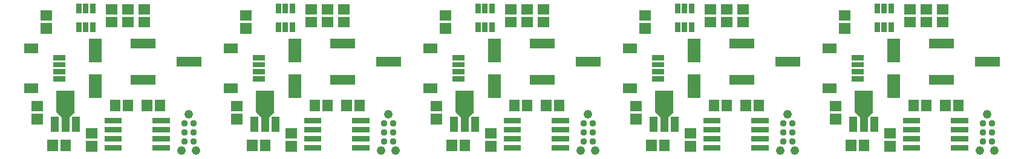
<source format=gbr>
G04 start of page 7 for group -4063 idx -4063 *
G04 Title: (unknown), componentmask *
G04 Creator: pcb 20140316 *
G04 CreationDate: Sun 13 Sep 2020 05:46:49 PM GMT UTC *
G04 For: railfan *
G04 Format: Gerber/RS-274X *
G04 PCB-Dimensions (mil): 5600.00 1200.00 *
G04 PCB-Coordinate-Origin: lower left *
%MOIN*%
%FSLAX25Y25*%
%LNTOPMASK*%
%ADD51R,0.0304X0.0304*%
%ADD50C,0.0370*%
%ADD49R,0.0529X0.0529*%
%ADD48R,0.0300X0.0300*%
%ADD47C,0.0001*%
%ADD46R,0.1005X0.1005*%
%ADD45R,0.0438X0.0438*%
%ADD44R,0.0572X0.0572*%
%ADD43R,0.0690X0.0690*%
%ADD42R,0.0532X0.0532*%
%ADD41R,0.0296X0.0296*%
%ADD40C,0.0490*%
G54D40*X211000Y34500D03*
X215000Y14500D03*
X207000D03*
X321000Y34500D03*
X317000Y14500D03*
X101000Y34500D03*
X105000Y14500D03*
X97000D03*
X325000D03*
X431000Y34500D03*
X541000D03*
X435000Y14500D03*
X545000D03*
X537000D03*
X427000D03*
G54D41*X137630Y65874D02*X141370D01*
X137630Y61937D02*X141370D01*
X137630Y58000D02*X141370D01*
X137630Y54063D02*X141370D01*
G54D42*X123063Y70992D02*X125425D01*
G54D43*X159500Y53307D02*Y47008D01*
G54D42*X123063Y48945D02*X125425D01*
G54D44*X135957Y17893D02*Y17107D01*
G54D45*X137094Y31110D02*Y27016D01*
G54D44*X127107Y39043D02*X127893D01*
X127107Y31957D02*X127893D01*
X143043Y17893D02*Y17107D01*
G54D45*X143000Y38826D02*Y27016D01*
G54D46*Y42450D02*Y40560D01*
G54D47*G36*
X139695Y37679D02*X142959Y34415D01*
X141115Y32571D01*
X137851Y35835D01*
X139695Y37679D01*
G37*
G36*
X143041Y34415D02*X146305Y37679D01*
X148149Y35835D01*
X144885Y32571D01*
X143041Y34415D01*
G37*
G54D45*X148906Y31110D02*Y27016D01*
G54D44*X157107Y24043D02*X157893D01*
X157107Y16957D02*X157893D01*
X170457Y39893D02*Y39107D01*
G54D48*X166000Y31000D02*X172500D01*
X166000Y26000D02*X172500D01*
X166000Y21000D02*X172500D01*
X166000Y16000D02*X172500D01*
G54D44*X177543Y39893D02*Y39107D01*
G54D49*X181748Y53500D02*X190055D01*
G54D44*X187957Y39893D02*Y39107D01*
X195043Y39893D02*Y39107D01*
G54D48*X192500Y16000D02*X199000D01*
X192500Y21000D02*X199000D01*
X192500Y26000D02*X199000D01*
X192500Y31000D02*X199000D01*
G54D50*X208500Y29500D03*
G54D49*X206945Y63500D02*X215252D01*
G54D50*X213500Y29500D03*
Y24500D03*
Y19500D03*
X208500Y24500D03*
Y19500D03*
G54D44*X177107Y92543D02*X177893D01*
X186107D02*X186893D01*
X177107Y85457D02*X177893D01*
X168107D02*X168893D01*
X168107Y92543D02*X168893D01*
X186107Y85457D02*X186893D01*
G54D49*X181748Y73500D02*X190055D01*
G54D43*X159500Y72992D02*Y66693D01*
G54D51*X150520Y83827D02*Y81465D01*
X154260Y83827D02*Y81465D01*
X158000Y83827D02*Y81465D01*
Y94181D02*Y91819D01*
X154260Y94181D02*Y91819D01*
X150520Y94181D02*Y91819D01*
G54D44*X132107Y89043D02*X132893D01*
X132107Y81957D02*X132893D01*
G54D41*X27630Y65874D02*X31370D01*
X27630Y61937D02*X31370D01*
X27630Y58000D02*X31370D01*
X27630Y54063D02*X31370D01*
G54D42*X13063Y70992D02*X15425D01*
G54D43*X49500Y53307D02*Y47008D01*
G54D42*X13063Y48945D02*X15425D01*
G54D44*X25957Y17893D02*Y17107D01*
G54D45*X27094Y31110D02*Y27016D01*
G54D44*X17107Y39043D02*X17893D01*
X17107Y31957D02*X17893D01*
X33043Y17893D02*Y17107D01*
G54D45*X33000Y38826D02*Y27016D01*
G54D46*Y42450D02*Y40560D01*
G54D47*G36*
X29695Y37679D02*X32959Y34415D01*
X31115Y32571D01*
X27851Y35835D01*
X29695Y37679D01*
G37*
G36*
X33041Y34415D02*X36305Y37679D01*
X38149Y35835D01*
X34885Y32571D01*
X33041Y34415D01*
G37*
G54D45*X38906Y31110D02*Y27016D01*
G54D44*X47107Y24043D02*X47893D01*
X47107Y16957D02*X47893D01*
X60457Y39893D02*Y39107D01*
G54D48*X56000Y31000D02*X62500D01*
X56000Y26000D02*X62500D01*
X56000Y21000D02*X62500D01*
X56000Y16000D02*X62500D01*
G54D44*X67543Y39893D02*Y39107D01*
G54D49*X71748Y53500D02*X80055D01*
G54D44*X77957Y39893D02*Y39107D01*
X85043Y39893D02*Y39107D01*
G54D48*X82500Y16000D02*X89000D01*
X82500Y21000D02*X89000D01*
X82500Y26000D02*X89000D01*
X82500Y31000D02*X89000D01*
G54D50*X98500Y29500D03*
G54D49*X96945Y63500D02*X105252D01*
G54D50*X103500Y29500D03*
Y24500D03*
Y19500D03*
X98500Y24500D03*
Y19500D03*
G54D44*X67107Y92543D02*X67893D01*
X76107D02*X76893D01*
X67107Y85457D02*X67893D01*
X58107D02*X58893D01*
X58107Y92543D02*X58893D01*
X76107Y85457D02*X76893D01*
G54D49*X71748Y73500D02*X80055D01*
G54D43*X49500Y72992D02*Y66693D01*
G54D51*X40520Y83827D02*Y81465D01*
X44260Y83827D02*Y81465D01*
X48000Y83827D02*Y81465D01*
Y94181D02*Y91819D01*
X44260Y94181D02*Y91819D01*
X40520Y94181D02*Y91819D01*
G54D44*X22107Y89043D02*X22893D01*
X22107Y81957D02*X22893D01*
G54D41*X247630Y65874D02*X251370D01*
X247630Y61937D02*X251370D01*
X247630Y58000D02*X251370D01*
X247630Y54063D02*X251370D01*
G54D42*X233063Y70992D02*X235425D01*
G54D43*X269500Y53307D02*Y47008D01*
G54D42*X233063Y48945D02*X235425D01*
G54D44*X245957Y17893D02*Y17107D01*
G54D45*X247094Y31110D02*Y27016D01*
G54D44*X237107Y39043D02*X237893D01*
X237107Y31957D02*X237893D01*
X253043Y17893D02*Y17107D01*
G54D45*X253000Y38826D02*Y27016D01*
G54D46*Y42450D02*Y40560D01*
G54D47*G36*
X249695Y37679D02*X252959Y34415D01*
X251115Y32571D01*
X247851Y35835D01*
X249695Y37679D01*
G37*
G36*
X253041Y34415D02*X256305Y37679D01*
X258149Y35835D01*
X254885Y32571D01*
X253041Y34415D01*
G37*
G54D45*X258906Y31110D02*Y27016D01*
G54D44*X267107Y24043D02*X267893D01*
X267107Y16957D02*X267893D01*
X280457Y39893D02*Y39107D01*
G54D48*X276000Y31000D02*X282500D01*
X276000Y26000D02*X282500D01*
X276000Y21000D02*X282500D01*
X276000Y16000D02*X282500D01*
G54D44*X287543Y39893D02*Y39107D01*
G54D49*X291748Y53500D02*X300055D01*
G54D44*X297957Y39893D02*Y39107D01*
X305043Y39893D02*Y39107D01*
G54D48*X302500Y16000D02*X309000D01*
X302500Y21000D02*X309000D01*
X302500Y26000D02*X309000D01*
X302500Y31000D02*X309000D01*
G54D50*X318500Y29500D03*
G54D49*X316945Y63500D02*X325252D01*
G54D50*X323500Y29500D03*
Y24500D03*
Y19500D03*
X318500Y24500D03*
Y19500D03*
G54D44*X287107Y92543D02*X287893D01*
X296107D02*X296893D01*
X287107Y85457D02*X287893D01*
X278107D02*X278893D01*
X278107Y92543D02*X278893D01*
X296107Y85457D02*X296893D01*
G54D49*X291748Y73500D02*X300055D01*
G54D43*X269500Y72992D02*Y66693D01*
G54D51*X260520Y83827D02*Y81465D01*
X264260Y83827D02*Y81465D01*
X268000Y83827D02*Y81465D01*
Y94181D02*Y91819D01*
X264260Y94181D02*Y91819D01*
X260520Y94181D02*Y91819D01*
G54D44*X242107Y89043D02*X242893D01*
X242107Y81957D02*X242893D01*
G54D41*X357630Y65874D02*X361370D01*
X357630Y61937D02*X361370D01*
X357630Y58000D02*X361370D01*
X357630Y54063D02*X361370D01*
G54D42*X343063Y70992D02*X345425D01*
G54D43*X379500Y53307D02*Y47008D01*
G54D42*X343063Y48945D02*X345425D01*
G54D44*X355957Y17893D02*Y17107D01*
G54D45*X357094Y31110D02*Y27016D01*
G54D44*X347107Y39043D02*X347893D01*
X347107Y31957D02*X347893D01*
X363043Y17893D02*Y17107D01*
G54D45*X363000Y38826D02*Y27016D01*
G54D46*Y42450D02*Y40560D01*
G54D47*G36*
X359695Y37679D02*X362959Y34415D01*
X361115Y32571D01*
X357851Y35835D01*
X359695Y37679D01*
G37*
G36*
X363041Y34415D02*X366305Y37679D01*
X368149Y35835D01*
X364885Y32571D01*
X363041Y34415D01*
G37*
G54D45*X368906Y31110D02*Y27016D01*
G54D44*X377107Y24043D02*X377893D01*
X377107Y16957D02*X377893D01*
X390457Y39893D02*Y39107D01*
G54D48*X386000Y31000D02*X392500D01*
X386000Y26000D02*X392500D01*
X386000Y21000D02*X392500D01*
X386000Y16000D02*X392500D01*
G54D44*X397543Y39893D02*Y39107D01*
G54D49*X401748Y53500D02*X410055D01*
G54D44*X407957Y39893D02*Y39107D01*
X415043Y39893D02*Y39107D01*
G54D48*X412500Y16000D02*X419000D01*
X412500Y21000D02*X419000D01*
X412500Y26000D02*X419000D01*
X412500Y31000D02*X419000D01*
G54D50*X428500Y29500D03*
G54D49*X426945Y63500D02*X435252D01*
G54D50*X433500Y29500D03*
Y24500D03*
Y19500D03*
X428500Y24500D03*
Y19500D03*
G54D44*X397107Y92543D02*X397893D01*
X406107D02*X406893D01*
X397107Y85457D02*X397893D01*
X388107D02*X388893D01*
X388107Y92543D02*X388893D01*
X406107Y85457D02*X406893D01*
G54D49*X401748Y73500D02*X410055D01*
G54D43*X379500Y72992D02*Y66693D01*
G54D51*X370520Y83827D02*Y81465D01*
X374260Y83827D02*Y81465D01*
X378000Y83827D02*Y81465D01*
Y94181D02*Y91819D01*
X374260Y94181D02*Y91819D01*
X370520Y94181D02*Y91819D01*
G54D44*X352107Y89043D02*X352893D01*
X352107Y81957D02*X352893D01*
G54D41*X467630Y65874D02*X471370D01*
X467630Y61937D02*X471370D01*
X467630Y58000D02*X471370D01*
X467630Y54063D02*X471370D01*
G54D42*X453063Y70992D02*X455425D01*
G54D43*X489500Y53307D02*Y47008D01*
G54D42*X453063Y48945D02*X455425D01*
G54D44*X465957Y17893D02*Y17107D01*
G54D45*X467094Y31110D02*Y27016D01*
G54D44*X457107Y39043D02*X457893D01*
X457107Y31957D02*X457893D01*
X473043Y17893D02*Y17107D01*
G54D45*X473000Y38826D02*Y27016D01*
G54D46*Y42450D02*Y40560D01*
G54D47*G36*
X469695Y37679D02*X472959Y34415D01*
X471115Y32571D01*
X467851Y35835D01*
X469695Y37679D01*
G37*
G36*
X473041Y34415D02*X476305Y37679D01*
X478149Y35835D01*
X474885Y32571D01*
X473041Y34415D01*
G37*
G54D45*X478906Y31110D02*Y27016D01*
G54D44*X487107Y24043D02*X487893D01*
X487107Y16957D02*X487893D01*
X500457Y39893D02*Y39107D01*
G54D48*X496000Y31000D02*X502500D01*
X496000Y26000D02*X502500D01*
X496000Y21000D02*X502500D01*
X496000Y16000D02*X502500D01*
G54D44*X507543Y39893D02*Y39107D01*
G54D49*X511748Y53500D02*X520055D01*
G54D44*X517957Y39893D02*Y39107D01*
X525043Y39893D02*Y39107D01*
G54D48*X522500Y16000D02*X529000D01*
X522500Y21000D02*X529000D01*
X522500Y26000D02*X529000D01*
X522500Y31000D02*X529000D01*
G54D50*X538500Y29500D03*
G54D49*X536945Y63500D02*X545252D01*
G54D50*X543500Y29500D03*
Y24500D03*
Y19500D03*
X538500Y24500D03*
Y19500D03*
G54D44*X507107Y92543D02*X507893D01*
X516107D02*X516893D01*
X507107Y85457D02*X507893D01*
X498107D02*X498893D01*
X498107Y92543D02*X498893D01*
X516107Y85457D02*X516893D01*
G54D49*X511748Y73500D02*X520055D01*
G54D43*X489500Y72992D02*Y66693D01*
G54D51*X480520Y83827D02*Y81465D01*
X484260Y83827D02*Y81465D01*
X488000Y83827D02*Y81465D01*
Y94181D02*Y91819D01*
X484260Y94181D02*Y91819D01*
X480520Y94181D02*Y91819D01*
G54D44*X462107Y89043D02*X462893D01*
X462107Y81957D02*X462893D01*
M02*

</source>
